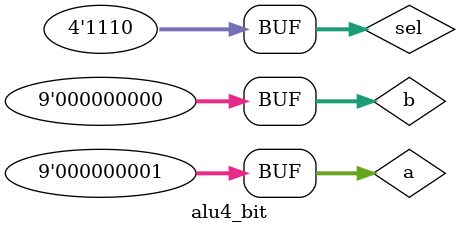
<source format=v>
`timescale 1ns / 1ps
module alu4_bit;
	// Inputs
	reg [8:0] a;
	reg [8:0] b;
	reg [3:0] sel;
	// Outputs
	wire [31:0] z;
	// Instantiate the Unit Under Test (UUT)
	alu4bit uut (
		.z(z), 
		.a(a), 
		.b(b), 
		.sel(sel)
	);
	initial begin
		// Initialize Inputs
		a = 1;b = 0;sel = 4'b0000;
		a = 1;b = 1;sel = 4'b0001;
		a = 0;b = 1;sel = 4'b0010;
		a = 0;b = 1;sel = 4'b0011;
		a = 0;b = 1;sel = 4'b0100;
		a = 1;b = 1;sel = 4'b0101;
		a = 1;b = 0;sel = 4'b0110;
		a = 0;b = 1;sel = 4'b0111;
		a = 0;b = 0;sel = 4'b1000;
		a = 1;b = 1;sel = 4'b1001;
		a = 0;b = 1;sel = 4'b1010;
		a = 0;b = 0;sel = 4'b1011;
		a = 1;b = 0;sel = 4'b1100;
		a = 0;b = 0;sel = 4'b1101;
		a = 1;b = 0;sel = 4'b1110;
		//a = 0;b = 1;sel = 4'b1111;


	end      
endmodule


</source>
